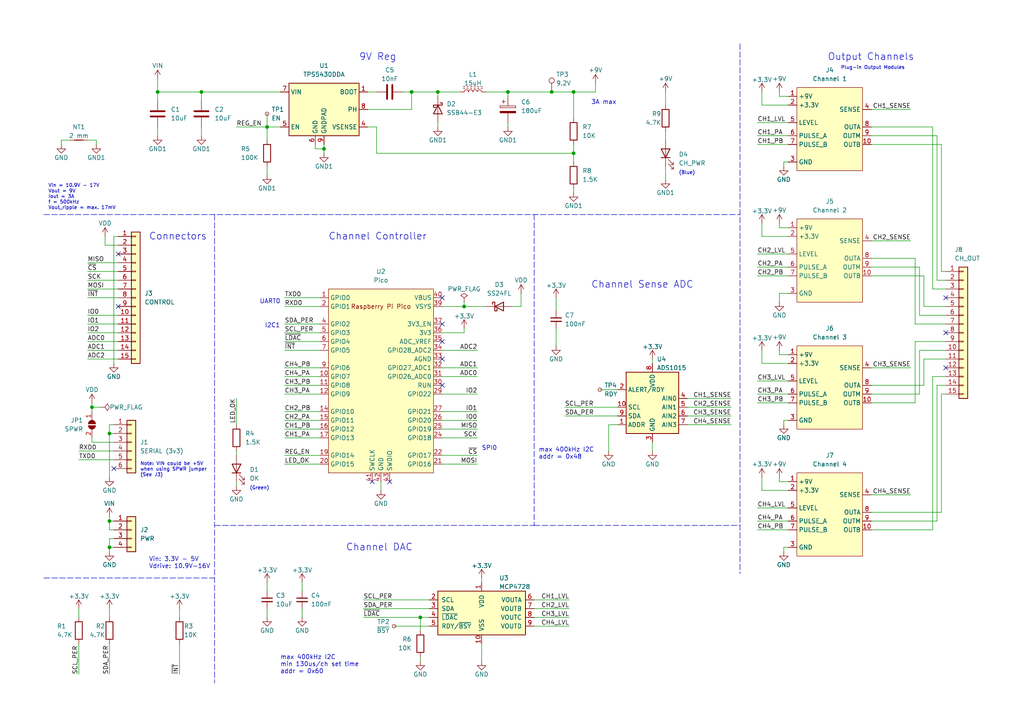
<source format=kicad_sch>
(kicad_sch (version 20211123) (generator eeschema)
  (paper "A4")
  (title_block (title "SW3X1 - Driver Board") (date "2022-12-23") (rev "1") (company "saawsm") (comment 2 "IO0 and IO1 are I2C capable.") (comment 3 "Communicates using SPI and provides 6 additional IO pins (e.g. Audio/Mic Input).") (comment 4 "A 4-channel board for driving E-Stim output channel modules."))
  (junction (at 134.62 88.9))
  (junction (at 45.72 26.67))
  (junction (at 31.75 158.75))
  (junction (at 166.37 26.67))
  (junction (at 119.38 26.67))
  (junction (at 160.02 26.67))
  (junction (at 26.67 118.11))
  (junction (at 121.92 179.07))
  (junction (at 147.32 26.67))
  (junction (at 166.37 44.45))
  (junction (at 93.98 43.18))
  (junction (at 58.42 26.67))
  (junction (at 31.75 151.13))
  (junction (at 127 26.67))
  (junction (at 31.75 125.73))
  (junction (at 77.47 36.83))
  (no_connect (at 128.27 99.06))
  (no_connect (at 107.95 139.7))
  (no_connect (at 128.27 111.76))
  (no_connect (at 274.32 96.52))
  (no_connect (at 128.27 86.36))
  (no_connect (at 274.32 106.68))
  (no_connect (at 128.27 104.14))
  (no_connect (at 34.29 88.9))
  (no_connect (at 33.02 135.89))
  (no_connect (at 34.29 73.66))
  (no_connect (at 113.03 139.7))
  (no_connect (at 274.32 86.36))
  (no_connect (at 128.27 93.98))
  (wire (pts (xy 31.75 149.86) (xy 31.75 151.13)))
  (wire (pts (xy 273.05 114.3) (xy 274.32 114.3)))
  (wire (pts (xy 31.75 156.21) (xy 31.75 158.75)))
  (wire (pts (xy 82.55 119.38) (xy 92.71 119.38)))
  (wire (pts (xy 45.72 22.86) (xy 45.72 26.67)))
  (wire (pts (xy 271.78 81.28) (xy 271.78 39.37)))
  (wire (pts (xy 219.71 114.3) (xy 228.6 114.3)))
  (wire (pts (xy 119.38 26.67) (xy 127 26.67)))
  (wire (pts (xy 121.92 179.07) (xy 121.92 182.88)))
  (wire (pts (xy 82.55 109.22) (xy 92.71 109.22)))
  (wire (pts (xy 252.73 111.76) (xy 267.97 111.76)))
  (wire (pts (xy 148.59 88.9) (xy 151.13 88.9)))
  (wire (pts (xy 264.16 143.51) (xy 252.73 143.51)))
  (wire (pts (xy 34.29 99.06) (xy 25.4 99.06)))
  (wire (pts (xy 45.72 36.83) (xy 45.72 39.37)))
  (wire (pts (xy 193.04 26.67) (xy 193.04 30.48)))
  (wire (pts (xy 127 26.67) (xy 127 27.94)))
  (wire (pts (xy 68.58 115.57) (xy 68.58 123.19)))
  (wire (pts (xy 105.41 176.53) (xy 124.46 176.53)))
  (wire (pts (xy 128.27 127) (xy 138.43 127)))
  (wire (pts (xy 34.29 78.74) (xy 25.4 78.74)))
  (wire (pts (xy 219.71 77.47) (xy 228.6 77.47)))
  (wire (pts (xy 285.75 232.41) (xy 285.75 231.14)))
  (wire (pts (xy 128.27 132.08) (xy 138.43 132.08)))
  (wire (pts (xy 147.32 35.56) (xy 147.32 36.83)))
  (wire (pts (xy 33.02 68.58) (xy 34.29 68.58)))
  (wire (pts (xy 219.71 147.32) (xy 228.6 147.32)))
  (wire (pts (xy 273.05 148.59) (xy 252.73 148.59)))
  (wire (pts (xy 106.68 31.75) (xy 119.38 31.75)))
  (wire (pts (xy 105.41 173.99) (xy 124.46 173.99)))
  (wire (pts (xy 166.37 54.61) (xy 166.37 55.88)))
  (wire (pts (xy 212.09 120.65) (xy 199.39 120.65)))
  (wire (pts (xy 273.05 78.74) (xy 273.05 41.91)))
  (wire (pts (xy 33.02 133.35) (xy 22.86 133.35)))
  (wire (pts (xy 128.27 101.6) (xy 138.43 101.6)))
  (wire (pts (xy 31.75 151.13) (xy 31.75 153.67)))
  (wire (pts (xy 128.27 114.3) (xy 138.43 114.3)))
  (wire (pts (xy 226.06 102.87) (xy 226.06 101.6)))
  (wire (pts (xy 77.47 33.02) (xy 77.47 36.83)))
  (wire (pts (xy 31.75 123.19) (xy 31.75 125.73)))
  (wire (pts (xy 82.55 127) (xy 92.71 127)))
  (wire (pts (xy 25.4 86.36) (xy 34.29 86.36)))
  (wire (pts (xy 189.23 104.14) (xy 189.23 105.41)))
  (wire (pts (xy 87.63 176.53) (xy 87.63 179.07)))
  (wire (pts (xy 227.33 158.75) (xy 228.6 158.75)))
  (wire (pts (xy 82.55 114.3) (xy 92.71 114.3)))
  (wire (pts (xy 128.27 134.62) (xy 138.43 134.62)))
  (wire (pts (xy 228.6 142.24) (xy 220.98 142.24)))
  (wire (pts (xy 193.04 48.26) (xy 193.04 52.07)))
  (wire (pts (xy 161.29 86.36) (xy 161.29 90.17)))
  (wire (pts (xy 163.83 118.11) (xy 179.07 118.11)))
  (wire (pts (xy 219.71 110.49) (xy 228.6 110.49)))
  (wire (pts (xy 77.47 48.26) (xy 77.47 50.8)))
  (wire (pts (xy 109.22 44.45) (xy 166.37 44.45)))
  (wire (pts (xy 121.92 179.07) (xy 124.46 179.07)))
  (wire (pts (xy 26.67 118.11) (xy 26.67 119.38)))
  (wire (pts (xy 179.07 123.19) (xy 176.53 123.19)))
  (wire (pts (xy 273.05 41.91) (xy 252.73 41.91)))
  (wire (pts (xy 166.37 26.67) (xy 172.72 26.67)))
  (wire (pts (xy 147.32 26.67) (xy 160.02 26.67)))
  (wire (pts (xy 219.71 151.13) (xy 228.6 151.13)))
  (wire (pts (xy 93.98 41.91) (xy 93.98 43.18)))
  (wire (pts (xy 228.6 30.48) (xy 220.98 30.48)))
  (wire (pts (xy 58.42 26.67) (xy 58.42 29.21)))
  (wire (pts (xy 82.55 121.92) (xy 92.71 121.92)))
  (wire (pts (xy 45.72 26.67) (xy 58.42 26.67)))
  (wire (pts (xy 139.7 167.64) (xy 139.7 168.91)))
  (wire (pts (xy 266.7 91.44) (xy 266.7 77.47)))
  (wire (pts (xy 34.29 93.98) (xy 25.4 93.98)))
  (wire (pts (xy 154.94 179.07) (xy 165.1 179.07)))
  (wire (pts (xy 93.98 43.18) (xy 93.98 44.45)))
  (wire (pts (xy 176.53 123.19) (xy 176.53 130.81)))
  (wire (pts (xy 163.83 120.65) (xy 179.07 120.65)))
  (wire (pts (xy 219.71 80.01) (xy 228.6 80.01)))
  (wire (pts (xy 166.37 34.29) (xy 166.37 26.67)))
  (wire (pts (xy 212.09 118.11) (xy 199.39 118.11)))
  (polyline (pts (xy 12.7 62.23) (xy 214.63 62.23)))
  (wire (pts (xy 17.78 40.64) (xy 17.78 41.91)))
  (wire (pts (xy 22.86 186.69) (xy 22.86 195.58)))
  (polyline (pts (xy 62.23 62.23) (xy 62.23 198.12)))
  (wire (pts (xy 265.43 99.06) (xy 265.43 116.84)))
  (wire (pts (xy 105.41 179.07) (xy 121.92 179.07)))
  (wire (pts (xy 219.71 41.91) (xy 228.6 41.91)))
  (wire (pts (xy 134.62 87.63) (xy 134.62 88.9)))
  (wire (pts (xy 27.94 40.64) (xy 25.4 40.64)))
  (wire (pts (xy 33.02 123.19) (xy 31.75 123.19)))
  (wire (pts (xy 267.97 88.9) (xy 274.32 88.9)))
  (wire (pts (xy 68.58 139.7) (xy 68.58 140.97)))
  (wire (pts (xy 82.55 93.98) (xy 92.71 93.98)))
  (wire (pts (xy 161.29 95.25) (xy 161.29 100.33)))
  (wire (pts (xy 265.43 93.98) (xy 274.32 93.98)))
  (wire (pts (xy 267.97 104.14) (xy 274.32 104.14)))
  (wire (pts (xy 26.67 128.27) (xy 26.67 127)))
  (wire (pts (xy 91.44 41.91) (xy 91.44 43.18)))
  (wire (pts (xy 266.7 114.3) (xy 266.7 101.6)))
  (wire (pts (xy 219.71 153.67) (xy 228.6 153.67)))
  (wire (pts (xy 285.75 222.25) (xy 285.75 220.98)))
  (wire (pts (xy 82.55 101.6) (xy 92.71 101.6)))
  (wire (pts (xy 77.47 36.83) (xy 77.47 40.64)))
  (wire (pts (xy 31.75 153.67) (xy 33.02 153.67)))
  (wire (pts (xy 271.78 151.13) (xy 271.78 111.76)))
  (wire (pts (xy 33.02 128.27) (xy 26.67 128.27)))
  (wire (pts (xy 82.55 106.68) (xy 92.71 106.68)))
  (wire (pts (xy 270.51 153.67) (xy 252.73 153.67)))
  (wire (pts (xy 220.98 26.67) (xy 220.98 30.48)))
  (wire (pts (xy 266.7 77.47) (xy 252.73 77.47)))
  (wire (pts (xy 106.68 36.83) (xy 109.22 36.83)))
  (wire (pts (xy 26.67 116.84) (xy 26.67 118.11)))
  (wire (pts (xy 212.09 123.19) (xy 199.39 123.19)))
  (wire (pts (xy 31.75 125.73) (xy 31.75 138.43)))
  (wire (pts (xy 252.73 114.3) (xy 266.7 114.3)))
  (wire (pts (xy 121.92 190.5) (xy 121.92 191.77)))
  (wire (pts (xy 31.75 125.73) (xy 33.02 125.73)))
  (wire (pts (xy 127 35.56) (xy 127 36.83)))
  (wire (pts (xy 68.58 36.83) (xy 77.47 36.83)))
  (wire (pts (xy 68.58 130.81) (xy 68.58 132.08)))
  (wire (pts (xy 52.07 186.69) (xy 52.07 195.58)))
  (wire (pts (xy 267.97 104.14) (xy 267.97 111.76)))
  (wire (pts (xy 34.29 76.2) (xy 25.4 76.2)))
  (wire (pts (xy 227.33 48.26) (xy 227.33 46.99)))
  (wire (pts (xy 154.94 181.61) (xy 165.1 181.61)))
  (wire (pts (xy 58.42 36.83) (xy 58.42 39.37)))
  (wire (pts (xy 166.37 26.67) (xy 160.02 26.67)))
  (wire (pts (xy 151.13 85.09) (xy 151.13 88.9)))
  (wire (pts (xy 283.21 222.25) (xy 285.75 222.25)))
  (wire (pts (xy 226.06 102.87) (xy 228.6 102.87)))
  (wire (pts (xy 264.16 31.75) (xy 252.73 31.75)))
  (wire (pts (xy 219.71 39.37) (xy 228.6 39.37)))
  (wire (pts (xy 31.75 151.13) (xy 33.02 151.13)))
  (wire (pts (xy 92.71 134.62) (xy 82.55 134.62)))
  (wire (pts (xy 172.72 24.13) (xy 172.72 26.67)))
  (wire (pts (xy 45.72 26.67) (xy 45.72 29.21)))
  (wire (pts (xy 267.97 80.01) (xy 252.73 80.01)))
  (wire (pts (xy 270.51 36.83) (xy 252.73 36.83)))
  (wire (pts (xy 226.06 87.63) (xy 226.06 85.09)))
  (wire (pts (xy 93.98 43.18) (xy 91.44 43.18)))
  (wire (pts (xy 219.71 116.84) (xy 228.6 116.84)))
  (wire (pts (xy 110.49 139.7) (xy 110.49 142.24)))
  (wire (pts (xy 52.07 179.07) (xy 52.07 176.53)))
  (wire (pts (xy 252.73 151.13) (xy 271.78 151.13)))
  (wire (pts (xy 109.22 36.83) (xy 109.22 44.45)))
  (wire (pts (xy 227.33 123.19) (xy 227.33 121.92)))
  (wire (pts (xy 31.75 186.69) (xy 31.75 195.58)))
  (wire (pts (xy 267.97 88.9) (xy 267.97 80.01)))
  (wire (pts (xy 26.67 118.11) (xy 29.21 118.11)))
  (wire (pts (xy 140.97 26.67) (xy 147.32 26.67)))
  (wire (pts (xy 34.29 96.52) (xy 25.4 96.52)))
  (wire (pts (xy 154.94 173.99) (xy 165.1 173.99)))
  (wire (pts (xy 228.6 139.7) (xy 226.06 139.7)))
  (wire (pts (xy 114.3 181.61) (xy 124.46 181.61)))
  (wire (pts (xy 265.43 99.06) (xy 274.32 99.06)))
  (wire (pts (xy 260.35 232.41) (xy 261.62 232.41)))
  (wire (pts (xy 226.06 27.94) (xy 228.6 27.94)))
  (wire (pts (xy 34.29 83.82) (xy 25.4 83.82)))
  (wire (pts (xy 264.16 106.68) (xy 252.73 106.68)))
  (wire (pts (xy 265.43 74.93) (xy 252.73 74.93)))
  (wire (pts (xy 34.29 81.28) (xy 25.4 81.28)))
  (wire (pts (xy 33.02 156.21) (xy 31.75 156.21)))
  (wire (pts (xy 134.62 96.52) (xy 128.27 96.52)))
  (wire (pts (xy 271.78 111.76) (xy 274.32 111.76)))
  (wire (pts (xy 58.42 26.67) (xy 81.28 26.67)))
  (wire (pts (xy 128.27 106.68) (xy 138.43 106.68)))
  (wire (pts (xy 270.51 109.22) (xy 270.51 153.67)))
  (wire (pts (xy 261.62 232.41) (xy 261.62 231.14)))
  (wire (pts (xy 119.38 26.67) (xy 116.84 26.67)))
  (wire (pts (xy 261.62 241.3) (xy 261.62 240.03)))
  (wire (pts (xy 92.71 132.08) (xy 82.55 132.08)))
  (wire (pts (xy 127 26.67) (xy 133.35 26.67)))
  (polyline (pts (xy 154.94 152.4) (xy 214.63 152.4)))
  (wire (pts (xy 227.33 46.99) (xy 228.6 46.99)))
  (wire (pts (xy 212.09 115.57) (xy 199.39 115.57)))
  (wire (pts (xy 77.47 36.83) (xy 81.28 36.83)))
  (polyline (pts (xy 214.63 12.7) (xy 214.63 166.37)))
  (wire (pts (xy 285.75 241.3) (xy 285.75 240.03)))
  (wire (pts (xy 128.27 88.9) (xy 134.62 88.9)))
  (wire (pts (xy 271.78 39.37) (xy 252.73 39.37)))
  (wire (pts (xy 128.27 124.46) (xy 138.43 124.46)))
  (wire (pts (xy 134.62 88.9) (xy 140.97 88.9)))
  (wire (pts (xy 219.71 35.56) (xy 228.6 35.56)))
  (wire (pts (xy 226.06 85.09) (xy 228.6 85.09)))
  (wire (pts (xy 219.71 73.66) (xy 228.6 73.66)))
  (polyline (pts (xy 154.94 62.23) (xy 154.94 152.4)))
  (wire (pts (xy 147.32 27.94) (xy 147.32 26.67)))
  (wire (pts (xy 220.98 101.6) (xy 220.98 105.41)))
  (wire (pts (xy 189.23 128.27) (xy 189.23 130.81)))
  (wire (pts (xy 264.16 69.85) (xy 252.73 69.85)))
  (wire (pts (xy 265.43 93.98) (xy 265.43 74.93)))
  (wire (pts (xy 226.06 66.04) (xy 226.06 64.77)))
  (wire (pts (xy 266.7 91.44) (xy 274.32 91.44)))
  (wire (pts (xy 166.37 41.91) (xy 166.37 44.45)))
  (wire (pts (xy 228.6 105.41) (xy 220.98 105.41)))
  (wire (pts (xy 266.7 101.6) (xy 274.32 101.6)))
  (wire (pts (xy 82.55 124.46) (xy 92.71 124.46)))
  (wire (pts (xy 128.27 109.22) (xy 138.43 109.22)))
  (wire (pts (xy 261.62 240.03) (xy 260.35 240.03)))
  (wire (pts (xy 33.02 130.81) (xy 22.86 130.81)))
  (wire (pts (xy 82.55 88.9) (xy 92.71 88.9)))
  (wire (pts (xy 270.51 109.22) (xy 274.32 109.22)))
  (wire (pts (xy 252.73 116.84) (xy 265.43 116.84)))
  (wire (pts (xy 106.68 26.67) (xy 109.22 26.67)))
  (wire (pts (xy 34.29 101.6) (xy 25.4 101.6)))
  (wire (pts (xy 82.55 111.76) (xy 92.71 111.76)))
  (wire (pts (xy 119.38 31.75) (xy 119.38 26.67)))
  (wire (pts (xy 82.55 99.06) (xy 92.71 99.06)))
  (wire (pts (xy 227.33 160.02) (xy 227.33 158.75)))
  (wire (pts (xy 128.27 119.38) (xy 138.43 119.38)))
  (wire (pts (xy 193.04 38.1) (xy 193.04 40.64)))
  (wire (pts (xy 227.33 121.92) (xy 228.6 121.92)))
  (wire (pts (xy 226.06 66.04) (xy 228.6 66.04)))
  (wire (pts (xy 173.99 113.03) (xy 179.07 113.03)))
  (wire (pts (xy 22.86 176.53) (xy 22.86 179.07)))
  (wire (pts (xy 77.47 168.91) (xy 77.47 171.45)))
  (wire (pts (xy 154.94 176.53) (xy 165.1 176.53)))
  (wire (pts (xy 31.75 158.75) (xy 31.75 160.02)))
  (wire (pts (xy 261.62 222.25) (xy 261.62 220.98)))
  (wire (pts (xy 87.63 168.91) (xy 87.63 171.45)))
  (wire (pts (xy 82.55 96.52) (xy 92.71 96.52)))
  (wire (pts (xy 34.29 91.44) (xy 25.4 91.44)))
  (wire (pts (xy 34.29 104.14) (xy 25.4 104.14)))
  (wire (pts (xy 20.32 40.64) (xy 17.78 40.64)))
  (wire (pts (xy 27.94 41.91) (xy 27.94 40.64)))
  (wire (pts (xy 228.6 68.58) (xy 220.98 68.58)))
  (wire (pts (xy 273.05 114.3) (xy 273.05 148.59)))
  (wire (pts (xy 92.71 86.36) (xy 82.55 86.36)))
  (wire (pts (xy 260.35 222.25) (xy 261.62 222.25)))
  (wire (pts (xy 31.75 176.53) (xy 31.75 179.07)))
  (wire (pts (xy 226.06 139.7) (xy 226.06 138.43)))
  (wire (pts (xy 220.98 64.77) (xy 220.98 68.58)))
  (wire (pts (xy 77.47 176.53) (xy 77.47 179.07)))
  (wire (pts (xy 220.98 138.43) (xy 220.98 142.24)))
  (wire (pts (xy 283.21 232.41) (xy 285.75 232.41)))
  (wire (pts (xy 128.27 121.92) (xy 138.43 121.92)))
  (wire (pts (xy 270.51 83.82) (xy 274.32 83.82)))
  (wire (pts (xy 273.05 78.74) (xy 274.32 78.74)))
  (wire (pts (xy 139.7 186.69) (xy 139.7 191.77)))
  (wire (pts (xy 134.62 95.25) (xy 134.62 96.52)))
  (wire (pts (xy 271.78 81.28) (xy 274.32 81.28)))
  (wire (pts (xy 31.75 158.75) (xy 33.02 158.75)))
  (wire (pts (xy 33.02 105.41) (xy 33.02 68.58)))
  (wire (pts (xy 30.48 68.58) (xy 30.48 71.12)))
  (wire (pts (xy 166.37 44.45) (xy 166.37 46.99)))
  (polyline (pts (xy 12.7 167.64) (xy 62.23 167.64)))
  (wire (pts (xy 270.51 83.82) (xy 270.51 36.83)))
  (wire (pts (xy 285.75 240.03) (xy 283.21 240.03)))
  (wire (pts (xy 30.48 71.12) (xy 34.29 71.12)))
  (wire (pts (xy 226.06 27.94) (xy 226.06 26.67)))
  (polyline (pts (xy 62.23 152.4) (xy 154.94 152.4)))
  (text "9V Reg" (at 104.14 17.78 0) (effects (font (size 2 2)) (justify left bottom)))
  (text "I2C1" (at 81.28 95.25 180) (effects (font (size 1.27 1.27)) (justify right bottom)))
  (text "Note: VIN could be +5V \nwhen using SPWR jumper\n(See J3)" (at 40.64 138.43 0) (effects (font (size 1 1)) (justify left bottom)))
  (text "max 400kHz I2C\nmin 130us/ch set time\naddr = 0x60" (at 81.28 195.58 0) (effects (font (size 1.27 1.27)) (justify left bottom)))
  (text "Vin = 10.9V - 17V\nVout = 9V\nIout = 3A\nf = 500kHz\nVout_ripple = max. 17mV" (at 13.97 60.96 0) (effects (font (size 1 1)) (justify left bottom)))
  (text "Connectors" (at 43.18 69.85 0) (effects (font (size 2 2)) (justify left bottom)))
  (text "Plug-in Output Modules" (at 243.84 20.32 0) (effects (font (size 1 1)) (justify left bottom)))
  (text "Vin: 3.3V - 5V\nVdrive: 10.9V-16V" (at 43.18 165.1 0) (effects (font (size 1.27 1.27)) (justify left bottom)))
  (text "UART0" (at 81.3579 88.2753 180) (effects (font (size 1.27 1.27)) (justify right bottom)))
  (text "Channel Controller" (at 95.25 69.85 0) (effects (font (size 2 2)) (justify left bottom)))
  (text "Output Channels" (at 240.03 17.78 0) (effects (font (size 2 2)) (justify left bottom)))
  (text "Channel Sense ADC" (at 171.45 83.82 0) (effects (font (size 2 2)) (justify left bottom)))
  (text "(Green)" (at 72.39 142.24 0) (effects (font (size 1 1)) (justify left bottom)))
  (text "Channel DAC\n" (at 100.33 160.02 0) (effects (font (size 2 2)) (justify left bottom)))
  (text "(Blue)" (at 196.85 50.8 0) (effects (font (size 1 1)) (justify left bottom)))
  (text "SPI0" (at 139.7 130.81 0) (effects (font (size 1.27 1.27)) (justify left bottom)))
  (text "3A max" (at 171.45 30.48 0) (effects (font (size 1.27 1.27)) (justify left bottom)))
  (text "max 400kHz I2C\naddr = 0x48" (at 156.21 133.35 0) (effects (font (size 1.27 1.27)) (justify left bottom)))
  (label "CH1_PB" (at 82.55 124.46 0))
  (label "IO1" (at 25.4 93.98 0))
  (label "~{INT}" (at 52.07 195.58 90))
  (label "CH1_SENSE" (at 264.16 31.75 180))
  (label "SCL_PER" (at 22.86 195.58 90))
  (label "CH2_PA" (at 219.71 77.47 0))
  (label "~{INT}" (at 82.55 101.6 0))
  (label "RXD0" (at 22.86 130.81 0))
  (label "LED_OK" (at 82.55 134.62 0))
  (label "ADC1" (at 25.4 101.6 0))
  (label "LED_OK" (at 68.58 115.57 270))
  (label "CH2_LVL" (at 219.71 73.66 0))
  (label "CH3_SENSE" (at 212.09 120.65 180))
  (label "CH2_LVL" (at 165.1 176.53 180))
  (label "~{INT}" (at 25.4 86.36 0))
  (label "REG_EN" (at 68.58 36.83 0))
  (label "SDA_PER" (at 105.41 176.53 0))
  (label "CH2_SENSE" (at 264.16 69.85 180))
  (label "ADC2" (at 138.43 101.6 180))
  (label "IO1" (at 138.43 119.38 180))
  (label "~{CS}" (at 138.43 132.08 180))
  (label "TXD0" (at 82.55 86.36 0))
  (label "CH1_SENSE" (at 212.09 115.57 180))
  (label "CH1_PA" (at 219.71 39.37 0))
  (label "ADC0" (at 25.4 99.06 0))
  (label "CH4_LVL" (at 165.1 181.61 180))
  (label "~{LDAC}" (at 82.55 99.06 0))
  (label "SCL_PER" (at 82.55 96.52 0))
  (label "CH2_PB" (at 219.71 80.01 0))
  (label "CH4_PA" (at 82.55 109.22 0))
  (label "CH3_PB" (at 82.55 111.76 0))
  (label "SCK" (at 25.4 81.28 0))
  (label "SCK" (at 138.43 127 180))
  (label "SDA_PER" (at 163.83 120.65 0))
  (label "RXD0" (at 82.55 88.9 0))
  (label "CH2_SENSE" (at 212.09 118.11 180))
  (label "CH3_LVL" (at 165.1 179.07 180))
  (label "CH3_PB" (at 219.71 116.84 0))
  (label "MOSI" (at 138.43 134.62 180))
  (label "ADC2" (at 25.4 104.14 0))
  (label "CH3_PA" (at 219.71 114.3 0))
  (label "TXD0" (at 22.86 133.35 0))
  (label "IO2" (at 25.4 96.52 0))
  (label "MISO" (at 25.4 76.2 0))
  (label "CH4_PA" (at 219.71 151.13 0))
  (label "IO0" (at 138.43 121.92 180))
  (label "IO0" (at 25.4 91.44 0))
  (label "MOSI" (at 25.4 83.82 0))
  (label "ADC1" (at 138.43 106.68 180))
  (label "CH1_LVL" (at 165.1 173.99 180))
  (label "SCL_PER" (at 105.41 173.99 0))
  (label "CH4_PB" (at 82.55 106.68 0))
  (label "CH2_PB" (at 82.55 119.38 0))
  (label "REG_EN" (at 82.55 132.08 0))
  (label "IO2" (at 138.43 114.3 180))
  (label "MISO" (at 138.43 124.46 180))
  (label "CH1_PB" (at 219.71 41.91 0))
  (label "CH4_SENSE" (at 212.09 123.19 180))
  (label "CH3_PA" (at 82.55 114.3 0))
  (label "CH3_SENSE" (at 264.16 106.68 180))
  (label "ADC0" (at 138.43 109.22 180))
  (label "~{CS}" (at 25.4 78.74 0))
  (label "CH3_LVL" (at 219.71 110.49 0))
  (label "CH4_PB" (at 219.71 153.67 0))
  (label "~{LDAC}" (at 105.41 179.07 0))
  (label "CH1_PA" (at 82.55 127 0))
  (label "CH4_SENSE" (at 264.16 143.51 180))
  (label "CH4_LVL" (at 219.71 147.32 0))
  (label "SDA_PER" (at 82.55 93.98 0))
  (label "SCL_PER" (at 163.83 118.11 0))
  (label "SDA_PER" (at 31.75 195.58 90))
  (label "CH1_LVL" (at 219.71 35.56 0))
  (label "CH2_PA" (at 82.55 121.92 0))
  (symbol (lib_id "power:PWR_FLAG") (at 283.21 222.25 90) (unit 1)
    (property "Reference" "#FLG05" (effects hide))
    (property "Value" "PWR_FLAG" (at 279.4 222.2499 90) (effects (justify left)))
  )
  (symbol (lib_id "power:GND") (at 139.7 191.77 0) (unit 1)
    (property "Reference" "#PWR027" (effects hide))
    (property "Value" "GND" (at 139.7 195.58 0))
  )
  (symbol (lib_id "power:GND") (at 227.33 123.19 0) (unit 1)
    (property "Reference" "#PWR049" (effects hide))
    (property "Value" "GND" (at 227.33 127 0))
  )
  (symbol (lib_id "Device:C") (at 58.42 33.02 180) (unit 1)
    (property "Reference" "C2" (at 62.23 31.7499 0) (effects (justify right)))
    (property "Value" "10uF" (at 62.23 34.2899 0) (effects (justify right)))
    (property "Footprint" "Capacitor_SMD:C_1210_3225Metric" (effects hide))
    (property "LCSC" "C380537" (effects hide))
    (property "MOUSER" "187-CL32A106KBJNNNE" (effects hide))
    (property "MPN" "CL32A106KBJNNNE" (effects hide))
  )
  (symbol (lib_id "power:GND") (at 189.23 130.81 0) (unit 1)
    (property "Reference" "#PWR036" (effects hide))
    (property "Value" "GND" (at 189.23 134.62 0))
  )
  (symbol (lib_id "power:PWR_FLAG") (at 134.62 87.63 0) (unit 1)
    (property "Reference" "#FLG01" (effects hide))
    (property "Value" "PWR_FLAG" (at 134.62 83.82 0))
  )
  (symbol (lib_id "Jumper:SolderJumper_2_Open") (at 26.67 123.19 270) (unit 1) (in_bom no)
    (property "Reference" "JP1" (at 24.13 121.9199 90) (effects (justify right)))
    (property "Value" "SPWR" (at 24.13 124.4599 90) (effects (justify right)))
    (property "Footprint" "Jumper:SolderJumper-2_P1.3mm_Open_RoundedPad1.0x1.5mm" (effects hide))
  )
  (symbol (lib_id "Connector:TestPoint_Small") (at 173.99 113.03 0) (unit 1) (in_bom no)
    (property "Reference" "TP4" (at 175.26 111.7599 0) (effects (justify left)))
    (property "Value" "RDY" (at 175.26 114.2999 0) (effects (justify left)))
    (property "Footprint" "TestPoint:TestPoint_Pad_D1.5mm" (effects hide))
  )
  (symbol (lib_id "Device:R") (at 121.92 186.69 180) (unit 1)
    (property "Reference" "R6" (at 119.38 185.4199 0) (effects (justify left)))
    (property "Value" "10K" (at 119.38 187.9599 0) (effects (justify left)))
    (property "Footprint" "Resistor_SMD:R_0603_1608Metric" (effects hide))
    (property "LCSC" "C98220" (effects hide))
    (property "MOUSER" "603-RC0603FR-0710KL" (effects hide))
    (property "MPN" "RC0603FR-0710KL" (effects hide))
  )
  (symbol (lib_id "power:VDD") (at 26.67 116.84 0) (unit 1)
    (property "Reference" "#PWR03" (effects hide))
    (property "Value" "VDD" (at 26.67 113.03 0))
  )
  (symbol (lib_id "power:GND1") (at 285.75 241.3 0) (mirror y) (unit 1)
    (property "Reference" "#PWR056" (effects hide))
    (property "Value" "GND1" (at 285.75 245.11 0))
  )
  (symbol (lib_id "power:GND") (at 17.78 41.91 0) (unit 1)
    (property "Reference" "#PWR01" (effects hide))
    (property "Value" "GND" (at 17.78 45.72 0))
  )
  (symbol (lib_id "Device:C") (at 45.72 33.02 180) (unit 1)
    (property "Reference" "C1" (at 49.53 31.7499 0) (effects (justify right)))
    (property "Value" "10uF" (at 49.53 34.2899 0) (effects (justify right)))
    (property "Footprint" "Capacitor_SMD:C_1210_3225Metric" (effects hide))
    (property "LCSC" "C380537" (effects hide))
    (property "MOUSER" "187-CL32A106KBJNNNE" (effects hide))
    (property "MPN" "CL32A106KBJNNNE" (effects hide))
  )
  (symbol (lib_id "power:GND") (at 227.33 160.02 0) (unit 1)
    (property "Reference" "#PWR050" (effects hide))
    (property "Value" "GND" (at 227.33 163.83 0))
  )
  (symbol (lib_id "power:PWR_FLAG") (at 283.21 240.03 90) (unit 1)
    (property "Reference" "#FLG07" (effects hide))
    (property "Value" "PWR_FLAG" (at 279.4 240.0299 90) (effects (justify left)))
  )
  (symbol (lib_id "power:GND1") (at 166.37 55.88 0) (unit 1)
    (property "Reference" "#PWR032" (effects hide))
    (property "Value" "GND1" (at 166.37 59.69 0))
  )
  (symbol (lib_id "power:GND") (at 77.47 179.07 0) (unit 1)
    (property "Reference" "#PWR018" (effects hide))
    (property "Value" "GND" (at 77.47 182.88 0))
  )
  (symbol (lib_id "power:GND") (at 226.06 87.63 0) (unit 1)
    (property "Reference" "#PWR045" (effects hide))
    (property "Value" "GND" (at 226.06 91.44 0))
  )
  (symbol (lib_id "power:+9V") (at 172.72 24.13 0) (unit 1)
    (property "Reference" "#PWR033" (effects hide))
    (property "Value" "+9V" (at 172.72 20.32 0))
  )
  (symbol (lib_id "power:PWR_FLAG") (at 260.35 232.41 90) (unit 1)
    (property "Reference" "#FLG03" (effects hide))
    (property "Value" "PWR_FLAG" (at 256.54 232.4099 90) (effects (justify left)))
  )
  (symbol (lib_id "Analog_ADC:ADS1015IDGS") (at 189.23 118.11 0) (mirror y) (unit 1)
    (property "Reference" "U4" (at 190.5 104.14 0) (effects (justify right)))
    (property "Value" "ADS1015" (at 190.5 106.68 0) (effects (justify right)))
    (property "Footprint" "Package_SO:VSSOP-10_3x3mm_P0.5mm" (effects hide))
    (property "Datasheet" "http://www.ti.com/lit/ds/symlink/ads1015.pdf" (effects hide))
    (property "LCSC" "C193969" (effects hide))
    (property "MOUSER" "595-ADS1015IDGSR" (effects hide))
    (property "MPN" "ADS1015IDGSR" (effects hide))
  )
  (symbol (lib_id "power:+9V") (at 226.06 138.43 0) (unit 1)
    (property "Reference" "#PWR047" (effects hide))
    (property "Value" "+9V" (at 226.06 134.62 0))
  )
  (symbol (lib_id "power:+3.3V") (at 220.98 101.6 0) (unit 1)
    (property "Reference" "#PWR041" (effects hide))
    (property "Value" "+3.3V" (at 220.98 98.044 0))
  )
  (symbol (lib_id "Device:L_Ferrite") (at 137.16 26.67 90) (unit 1)
    (property "Reference" "L1" (at 137.16 21.59 90))
    (property "Value" "15uH" (at 137.16 24.13 90))
    (property "Footprint" "Inductor_SMD:L_Bourns_SRR1260" (effects hide))
    (property "MPN" "SRR1260-150M" (effects hide))
    (property "MOUSER" "652-SRR1260-150M" (effects hide))
    (property "LCSC" "C2041333" (effects hide))
  )
  (symbol (lib_id "power:GND1") (at 58.42 39.37 0) (unit 1)
    (property "Reference" "#PWR014" (effects hide))
    (property "Value" "GND1" (at 58.42 43.18 0))
  )
  (symbol (lib_id "Device:LED") (at 68.58 135.89 90) (unit 1)
    (property "Reference" "D1" (at 72.39 136.2074 90) (effects (justify right)))
    (property "Value" "OK" (at 72.39 138.7474 90) (effects (justify right)))
    (property "Footprint" "LED_SMD:LED_0603_1608Metric" (effects hide))
    (property "MOUSER" "710-150060VS75000" (effects hide))
    (property "MPN" "150060VS75000" (effects hide))
  )
  (symbol (lib_id "Device:R") (at 193.04 34.29 0) (unit 1)
    (property "Reference" "R9" (at 191.77 33.02 0) (effects (justify right)))
    (property "Value" "4.7K" (at 191.77 35.56 0) (effects (justify right)))
    (property "Footprint" "Resistor_SMD:R_0603_1608Metric" (effects hide))
    (property "MOUSER" "603-RC0603FR-074K7L" (effects hide))
    (property "MPN" "RC0603FR-074K7L" (effects hide))
    (property "LCSC" "C99782" (effects hide))
  )
  (symbol (lib_id "Regulator_Switching:TPS5430DDA") (at 93.98 31.75 0) (unit 1)
    (property "Reference" "U1" (at 93.98 19.05 0))
    (property "Value" "TPS5430DDA" (at 93.98 21.59 0))
    (property "Footprint" "Package_SO:TI_SO-PowerPAD-8_ThermalVias" (effects hide))
    (property "Datasheet" "http://www.ti.com/lit/ds/symlink/tps5430.pdf" (effects hide))
    (property "LCSC" "C9864" (effects hide))
    (property "MOUSER" "595-TPS5430DDAR" (effects hide))
    (property "MPN" "TPS5430DDAR" (effects hide))
  )
  (symbol (lib_id "Connector_Generic:Conn_01x15") (at 279.4 96.52 0) (unit 1)
    (property "Reference" "J8" (at 276.86 72.39 0) (effects (justify left)))
    (property "Value" "CH_OUT" (at 276.86 74.93 0) (effects (justify left)))
    (property "Footprint" "Connector_PinHeader_2.54mm:PinHeader_1x15_P2.54mm_Vertical" (effects hide))
  )
  (symbol (lib_id "power:+3.3V") (at 161.29 86.36 0) (unit 1)
    (property "Reference" "#PWR030" (effects hide))
    (property "Value" "+3.3V" (at 161.29 82.804 0))
  )
  (symbol (lib_id "Device:R") (at 52.07 182.88 0) (unit 1)
    (property "Reference" "R3" (at 53.34 181.61 0) (effects (justify left)))
    (property "Value" "10K" (at 53.34 184.15 0) (effects (justify left)))
    (property "Footprint" "Resistor_SMD:R_0603_1608Metric" (effects hide))
    (property "MOUSER" "603-RC0603FR-0710KL" (effects hide))
    (property "MPN" "RC0603FR-0710KL" (effects hide))
    (property "LCSC" "C98220" (effects hide))
  )
  (symbol (lib_id "power:+3.3V") (at 189.23 104.14 0) (unit 1)
    (property "Reference" "#PWR035" (effects hide))
    (property "Value" "+3.3V" (at 189.23 100.584 0))
  )
  (symbol (lib_id "power:+3.3V") (at 220.98 138.43 0) (unit 1)
    (property "Reference" "#PWR042" (effects hide))
    (property "Value" "+3.3V" (at 220.98 134.62 0))
  )
  (symbol (lib_id "Connector_Generic:Conn_01x04") (at 38.1 153.67 0) (unit 1)
    (property "Reference" "J2" (at 40.64 153.67 0) (effects (justify left)))
    (property "Value" "PWR" (at 40.64 156.21 0) (effects (justify left)))
    (property "Footprint" "Connector_PinHeader_2.54mm:PinHeader_1x04_P2.54mm_Vertical" (effects hide))
  )
  (symbol (lib_id "Device:R") (at 31.75 182.88 0) (unit 1)
    (property "Reference" "R2" (at 30.48 181.61 0) (effects (justify right)))
    (property "Value" "4.7K" (at 30.48 184.15 0) (effects (justify right)))
    (property "Footprint" "Resistor_SMD:R_0603_1608Metric" (effects hide))
    (property "MOUSER" "603-RC0603FR-074K7L" (effects hide))
    (property "MPN" "RC0603FR-074K7L" (effects hide))
    (property "LCSC" "C99782" (effects hide))
  )
  (symbol (lib_id "power:GND") (at 31.75 160.02 0) (unit 1)
    (property "Reference" "#PWR08" (effects hide))
    (property "Value" "GND" (at 31.75 163.83 0))
  )
  (symbol (lib_id "power:GND") (at 176.53 130.81 0) (unit 1)
    (property "Reference" "#PWR034" (effects hide))
    (property "Value" "GND" (at 176.53 134.62 0))
  )
  (symbol (lib_id "power:GND") (at 33.02 105.41 0) (mirror y) (unit 1)
    (property "Reference" "#PWR010" (effects hide))
    (property "Value" "GND" (at 33.02 109.22 0))
  )
  (symbol (lib_id "power:GND1") (at 45.72 39.37 0) (unit 1)
    (property "Reference" "#PWR012" (effects hide))
    (property "Value" "GND1" (at 45.72 43.18 0))
  )
  (symbol (lib_id "power:+3.3V") (at 220.98 26.67 0) (unit 1)
    (property "Reference" "#PWR039" (effects hide))
    (property "Value" "+3.3V" (at 220.98 23.114 0))
  )
  (symbol (lib_id "SaawLib:Pico") (at 110.49 110.49 0) (unit 1)
    (property "Reference" "U2" (at 110.49 78.74 0))
    (property "Value" "Pico" (at 110.49 81.28 0))
    (property "Footprint" "SaawLib:RPi_Pico_THT" (effects hide))
    (property "MOUSER" "713-102110537" (effects hide))
    (property "MPN" "RASPBERRY PI PICO (UNSOLDERED)" (effects hide))
  )
  (symbol (lib_id "power:+9V") (at 193.04 26.67 0) (unit 1)
    (property "Reference" "#PWR037" (effects hide))
    (property "Value" "+9V" (at 193.04 22.86 0))
  )
  (symbol (lib_id "Device:C") (at 113.03 26.67 90) (unit 1)
    (property "Reference" "C5" (at 113.03 20.32 90))
    (property "Value" "10nF" (at 113.03 22.86 90))
    (property "Footprint" "Capacitor_SMD:C_0603_1608Metric" (effects hide))
    (property "LCSC" "C1589" (effects hide))
    (property "MOUSER" "187-CL10B103KB8NNNC" (effects hide))
    (property "MPN" "CL10B103KB8NNNC" (effects hide))
  )
  (symbol (lib_id "Device:R") (at 68.58 127 180) (unit 1)
    (property "Reference" "R4" (at 71.12 125.7299 0) (effects (justify right)))
    (property "Value" "1.5K" (at 71.12 128.27 0) (effects (justify right)))
    (property "Footprint" "Resistor_SMD:R_0603_1608Metric" (effects hide))
    (property "MOUSER" "603-RC0603FR-071K5L" (effects hide))
    (property "MPN" "RC0603FR-071K5L" (effects hide))
    (property "LCSC" "C114668" (effects hide))
  )
  (symbol (lib_id "power:GND") (at 161.29 100.33 0) (unit 1)
    (property "Reference" "#PWR031" (effects hide))
    (property "Value" "GND" (at 161.29 104.14 0))
  )
  (symbol (lib_id "Device:D_Schottky") (at 144.78 88.9 0) (unit 1)
    (property "Reference" "D3" (at 144.78 82.55 0))
    (property "Value" "SS24FL" (at 144.78 85.09 0))
    (property "Footprint" "Diode_SMD:D_SOD-123F" (effects hide))
    (property "LCSC" "C894433" (effects hide))
    (property "MOUSER" "512-SS24FL" (effects hide))
    (property "MPN" "SS24FL" (effects hide))
  )
  (symbol (lib_id "power:GND1") (at 77.47 50.8 0) (unit 1)
    (property "Reference" "#PWR016" (effects hide))
    (property "Value" "GND1" (at 77.47 54.61 0))
  )
  (symbol (lib_id "power:+3.3V") (at 134.62 95.25 0) (unit 1)
    (property "Reference" "#PWR025" (effects hide))
    (property "Value" "+3.3V" (at 134.62 91.694 0))
  )
  (symbol (lib_id "Device:R") (at 166.37 50.8 180) (unit 1)
    (property "Reference" "R8" (at 168.91 49.5299 0) (effects (justify right)))
    (property "Value" "1.5K" (at 168.91 52.0699 0) (effects (justify right)))
    (property "Footprint" "Resistor_SMD:R_0603_1608Metric" (effects hide))
    (property "LCSC" "C114668" (effects hide))
    (property "MOUSER" "603-RC0603FR-071K5L" (effects hide))
    (property "MPN" "RC0603FR-071K5L" (effects hide))
  )
  (symbol (lib_id "SaawLib:SW-32MO") (at 241.3 149.86 0) (unit 1)
    (property "Reference" "J7" (at 240.665 132.08 0))
    (property "Value" "Channel 4" (at 240.665 134.62 0))
    (property "Footprint" "SaawLib:SW32-MO_Socket" (effects hide))
  )
  (symbol (lib_id "power:GND1") (at 193.04 52.07 0) (unit 1)
    (property "Reference" "#PWR038" (effects hide))
    (property "Value" "GND1" (at 193.04 55.88 0))
  )
  (symbol (lib_id "power:GND") (at 68.58 140.97 0) (unit 1)
    (property "Reference" "#PWR015" (effects hide))
    (property "Value" "GND" (at 68.58 144.78 0))
  )
  (symbol (lib_id "power:GND1") (at 127 36.83 0) (unit 1)
    (property "Reference" "#PWR024" (effects hide))
    (property "Value" "GND1" (at 127 40.64 0))
  )
  (symbol (lib_id "power:GND") (at 261.62 241.3 0) (unit 1)
    (property "Reference" "#PWR053" (effects hide))
    (property "Value" "GND" (at 261.62 245.11 0))
  )
  (symbol (lib_id "Connector_Generic:Conn_01x06") (at 38.1 128.27 0) (unit 1)
    (property "Reference" "J1" (at 40.64 128.27 0) (effects (justify left)))
    (property "Value" "SERIAL (3v3)" (at 40.64 130.81 0) (effects (justify left)))
    (property "Footprint" "Connector_PinHeader_2.54mm:PinHeader_1x06_P2.54mm_Vertical" (effects hide))
  )
  (symbol (lib_name "SW-32MO_2") (lib_id "SaawLib:SW-32MO") (at 241.3 113.03 0) (unit 1)
    (property "Reference" "J6" (at 240.665 95.25 0))
    (property "Value" "Channel 3" (at 240.665 97.79 0))
    (property "Footprint" "SaawLib:SW32-MO_Socket" (effects hide))
  )
  (symbol (lib_id "SaawLib:VIN") (at 45.72 22.86 0) (unit 1)
    (property "Reference" "#PWR011" (effects hide))
    (property "Value" "VIN" (at 45.72 19.05 0))
  )
  (symbol (lib_id "power:+9V") (at 226.06 26.67 0) (unit 1)
    (property "Reference" "#PWR043" (effects hide))
    (property "Value" "+9V" (at 226.06 22.86 0))
  )
  (symbol (lib_id "Connector:TestPoint_Small") (at 77.47 33.02 0) (unit 1) (in_bom no)
    (property "Reference" "TP1" (at 78.74 31.7499 0) (effects (justify left)))
    (property "Value" "EN" (at 78.74 34.2899 0) (effects (justify left)))
    (property "Footprint" "TestPoint:TestPoint_Pad_D1.5mm" (effects hide))
  )
  (symbol (lib_id "Device:LED") (at 193.04 44.45 90) (unit 1)
    (property "Reference" "D4" (at 196.85 44.7674 90) (effects (justify right)))
    (property "Value" "CH_PWR" (at 196.85 47.3074 90) (effects (justify right)))
    (property "Footprint" "LED_SMD:LED_0603_1608Metric" (effects hide))
    (property "MOUSER" "710-150060BS75000" (effects hide))
    (property "MPN" "150060BS75000" (effects hide))
  )
  (symbol (lib_id "power:+3.3V") (at 87.63 168.91 0) (unit 1)
    (property "Reference" "#PWR019" (effects hide))
    (property "Value" "+3.3V" (at 87.63 165.354 0))
  )
  (symbol (lib_id "SaawLib:VIN") (at 285.75 231.14 0) (unit 1)
    (property "Reference" "#PWR055" (effects hide))
    (property "Value" "VIN" (at 285.75 227.33 0))
  )
  (symbol (lib_id "power:GND") (at 87.63 179.07 0) (unit 1)
    (property "Reference" "#PWR020" (effects hide))
    (property "Value" "GND" (at 87.63 182.88 0))
  )
  (symbol (lib_id "Device:R") (at 22.86 182.88 0) (unit 1)
    (property "Reference" "R1" (at 16.51 181.61 0) (effects (justify left)))
    (property "Value" "4.7K" (at 16.51 184.15 0) (effects (justify left)))
    (property "Footprint" "Resistor_SMD:R_0603_1608Metric" (effects hide))
    (property "MOUSER" "603-RC0603FR-074K7L" (effects hide))
    (property "MPN" "RC0603FR-074K7L" (effects hide))
    (property "LCSC" "C99782" (effects hide))
  )
  (symbol (lib_id "power:Vdrive") (at 285.75 220.98 0) (unit 1)
    (property "Reference" "#PWR054" (effects hide))
    (property "Value" "Vdrive" (at 285.75 217.17 0))
  )
  (symbol (lib_id "power:+9V") (at 226.06 64.77 0) (unit 1)
    (property "Reference" "#PWR044" (effects hide))
    (property "Value" "+9V" (at 226.06 60.96 0))
  )
  (symbol (lib_id "power:GND1") (at 93.98 44.45 0) (unit 1)
    (property "Reference" "#PWR021" (effects hide))
    (property "Value" "GND1" (at 93.98 48.26 0))
  )
  (symbol (lib_id "power:+3.3V") (at 22.86 176.53 0) (unit 1)
    (property "Reference" "#PWR02" (effects hide))
    (property "Value" "+3.3V" (at 22.86 172.974 0))
  )
  (symbol (lib_id "power:+3.3V") (at 139.7 167.64 0) (unit 1)
    (property "Reference" "#PWR026" (effects hide))
    (property "Value" "+3.3V" (at 139.7 164.084 0))
  )
  (symbol (lib_id "Device:D_Schottky") (at 127 31.75 270) (unit 1)
    (property "Reference" "D2" (at 129.54 30.1624 90) (effects (justify left)))
    (property "Value" "SSB44-E3" (at 129.54 32.7024 90) (effects (justify left)))
    (property "Footprint" "Diode_SMD:D_SMB" (effects hide))
    (property "MPN" "SSB44-E3/52T" (effects hide))
    (property "MOUSER" "625-SSB44-E3" (effects hide))
    (property "LCSC" "C466999" (effects hide))
  )
  (symbol (lib_id "power:GND1") (at 147.32 36.83 0) (unit 1)
    (property "Reference" "#PWR028" (effects hide))
    (property "Value" "GND1" (at 147.32 40.64 0))
  )
  (symbol (lib_name "SW-32MO_3") (lib_id "SaawLib:SW-32MO") (at 241.3 38.1 0) (unit 1)
    (property "Reference" "J4" (at 240.665 20.32 0))
    (property "Value" "Channel 1" (at 240.665 22.86 0))
    (property "Footprint" "SaawLib:SW32-MO_Socket" (effects hide))
  )
  (symbol (lib_id "power:PWR_FLAG") (at 260.35 222.25 90) (unit 1)
    (property "Reference" "#FLG02" (effects hide))
    (property "Value" "PWR_FLAG" (at 256.54 222.2499 90) (effects (justify left)))
  )
  (symbol (lib_id "SaawLib:VIN") (at 31.75 149.86 0) (unit 1)
    (property "Reference" "#PWR07" (effects hide))
    (property "Value" "VIN" (at 31.75 146.05 0))
  )
  (symbol (lib_id "Analog_DAC:MCP4728") (at 139.7 176.53 0) (unit 1)
    (property "Reference" "U3" (at 144.78 167.64 0) (effects (justify left)))
    (property "Value" "MCP4728" (at 144.78 170.18 0) (effects (justify left)))
    (property "Footprint" "Package_SO:MSOP-10_3x3mm_P0.5mm" (effects hide))
    (property "Datasheet" "http://ww1.microchip.com/downloads/en/DeviceDoc/22187E.pdf" (effects hide))
    (property "MPN" "MCP4728-E/UN" (effects hide))
    (property "LCSC" "C108207" (effects hide))
    (property "MOUSER" "579-MCP4728-E/UN" (effects hide))
  )
  (symbol (lib_id "power:+9V") (at 261.62 220.98 0) (unit 1)
    (property "Reference" "#PWR051" (effects hide))
    (property "Value" "+9V" (at 261.62 217.17 0))
  )
  (symbol (lib_id "power:GND") (at 121.92 191.77 0) (unit 1)
    (property "Reference" "#PWR023" (effects hide))
    (property "Value" "GND" (at 121.92 195.58 0))
  )
  (symbol (lib_id "power:VDD") (at 151.13 85.09 0) (unit 1)
    (property "Reference" "#PWR029" (effects hide))
    (property "Value" "VDD" (at 151.13 81.28 0))
  )
  (symbol (lib_id "power:+3.3V") (at 261.62 231.14 0) (unit 1)
    (property "Reference" "#PWR052" (effects hide))
    (property "Value" "+3.3V" (at 261.62 227.584 0))
  )
  (symbol (lib_id "Device:R") (at 77.47 44.45 0) (unit 1)
    (property "Reference" "R5" (at 69.85 43.18 0) (effects (justify left)))
    (property "Value" "100K" (at 69.85 45.72 0) (effects (justify left)))
    (property "Footprint" "Resistor_SMD:R_0603_1608Metric" (effects hide))
    (property "MOUSER" "603-RC0603FR-07100KL" (effects hide))
    (property "MPN" "RC0603FR-07100KL" (effects hide))
    (property "LCSC" "C14675" (effects hide))
  )
  (symbol (lib_id "power:PWR_FLAG") (at 260.35 240.03 90) (unit 1)
    (property "Reference" "#FLG04" (effects hide))
    (property "Value" "PWR_FLAG" (at 256.54 240.0299 90) (effects (justify left)))
  )
  (symbol (lib_id "power:GND") (at 31.75 138.43 0) (mirror y) (unit 1)
    (property "Reference" "#PWR06" (effects hide))
    (property "Value" "GND" (at 31.75 142.24 0))
  )
  (symbol (lib_id "Device:C_Small") (at 161.29 92.71 0) (unit 1)
    (property "Reference" "C7" (at 163.83 91.44 0) (effects (justify left)))
    (property "Value" "100nF" (at 163.83 93.98 0) (effects (justify left)))
    (property "Footprint" "Capacitor_SMD:C_0603_1608Metric" (effects hide))
    (property "MOUSER" "187-CL10B104KB8NNNC" (effects hide))
    (property "MPN" "CL10B104KB8NNNC" (effects hide))
    (property "LCSC" "C1591" (effects hide))
  )
  (symbol (lib_id "Connector:TestPoint") (at 160.02 26.67 0) (unit 1) (in_bom no)
    (property "Reference" "TP3" (at 161.29 21.59 0) (effects (justify left)))
    (property "Value" "9.2V" (at 161.29 24.13 0) (effects (justify left)))
    (property "Footprint" "TestPoint:TestPoint_Pad_D1.5mm" (effects hide))
  )
  (symbol (lib_id "Device:C_Small") (at 77.47 173.99 0) (unit 1)
    (property "Reference" "C3" (at 80.01 172.72 0) (effects (justify left)))
    (property "Value" "10uF" (at 80.01 175.26 0) (effects (justify left)))
    (property "Footprint" "Capacitor_SMD:C_0603_1608Metric" (effects hide))
    (property "MOUSER" "187-CL10A106MA8NRNC" (effects hide))
    (property "MPN" "CL10A106MA8NRNC" (effects hide))
    (property "LCSC" "C96446" (effects hide))
  )
  (symbol (lib_id "power:GND") (at 227.33 48.26 0) (unit 1)
    (property "Reference" "#PWR048" (effects hide))
    (property "Value" "GND" (at 227.33 52.07 0))
  )
  (symbol (lib_id "Device:C_Polarized") (at 147.32 31.75 0) (unit 1)
    (property "Reference" "C6" (at 151.13 29.5909 0) (effects (justify left)))
    (property "Value" "180uF" (at 151.13 32.1309 0) (effects (justify left)))
    (property "Footprint" "Capacitor_SMD:CP_Elec_10x7.9" (effects hide))
    (property "MPN" "16SVP180MX" (effects hide))
    (property "LCSC" "C236288" (effects hide))
    (property "MOUSER" "667-16SVP180MX" (effects hide))
  )
  (symbol (lib_id "power:+3.3V") (at 220.98 64.77 0) (unit 1)
    (property "Reference" "#PWR040" (effects hide))
    (property "Value" "+3.3V" (at 220.98 61.214 0))
  )
  (symbol (lib_id "Device:NetTie_2") (at 22.86 40.64 0) (mirror y) (unit 1) (in_bom no)
    (property "Reference" "NT1" (at 22.86 36.83 0))
    (property "Value" "2 mm" (at 22.86 39.37 0))
    (property "Footprint" "NetTie:NetTie-2_SMD_Pad2.0mm" (effects hide))
  )
  (symbol (lib_id "power:+3.3V") (at 52.07 176.53 0) (unit 1)
    (property "Reference" "#PWR013" (effects hide))
    (property "Value" "+3.3V" (at 52.07 172.974 0))
  )
  (symbol (lib_id "power:PWR_FLAG") (at 283.21 232.41 90) (unit 1)
    (property "Reference" "#FLG06" (effects hide))
    (property "Value" "PWR_FLAG" (at 279.4 232.4099 90) (effects (justify left)))
  )
  (symbol (lib_id "Connector:TestPoint_Small") (at 114.3 181.61 0) (unit 1) (in_bom no)
    (property "Reference" "TP2" (at 113.03 180.34 0) (effects (justify right)))
    (property "Value" "~{BSY}" (at 113.03 182.88 0) (effects (justify right)))
    (property "Footprint" "TestPoint:TestPoint_Pad_D1.5mm" (effects hide))
  )
  (symbol (lib_id "Device:C_Small") (at 87.63 173.99 0) (unit 1)
    (property "Reference" "C4" (at 90.17 172.72 0) (effects (justify left)))
    (property "Value" "100nF" (at 90.17 175.26 0) (effects (justify left)))
    (property "Footprint" "Capacitor_SMD:C_0603_1608Metric" (effects hide))
    (property "MOUSER" "187-CL10B104KB8NNNC" (effects hide))
    (property "MPN" "CL10B104KB8NNNC" (effects hide))
    (property "LCSC" "C1591" (effects hide))
  )
  (symbol (lib_id "power:GND1") (at 27.94 41.91 0) (mirror y) (unit 1)
    (property "Reference" "#PWR04" (effects hide))
    (property "Value" "GND1" (at 27.94 45.72 0))
  )
  (symbol (lib_name "SW-32MO_1") (lib_id "SaawLib:SW-32MO") (at 241.3 76.2 0) (unit 1)
    (property "Reference" "J5" (at 240.665 58.42 0))
    (property "Value" "Channel 2" (at 240.665 60.96 0))
    (property "Footprint" "SaawLib:SW32-MO_Socket" (effects hide))
  )
  (symbol (lib_id "power:+3.3V") (at 77.47 168.91 0) (unit 1)
    (property "Reference" "#PWR017" (effects hide))
    (property "Value" "+3.3V" (at 77.47 165.354 0))
  )
  (symbol (lib_id "Device:R") (at 166.37 38.1 180) (unit 1)
    (property "Reference" "R7" (at 168.91 36.8299 0) (effects (justify right)))
    (property "Value" "10K" (at 168.91 39.3699 0) (effects (justify right)))
    (property "Footprint" "Resistor_SMD:R_0603_1608Metric" (effects hide))
    (property "MOUSER" "603-RC0603FR-0710KL" (effects hide))
    (property "MPN" "RC0603FR-0710KL" (effects hide))
    (property "LCSC" "C98220" (effects hide))
  )
  (symbol (lib_id "power:VDD") (at 30.48 68.58 0) (unit 1)
    (property "Reference" "#PWR05" (effects hide))
    (property "Value" "VDD" (at 30.48 64.77 0))
  )
  (symbol (lib_id "power:+9V") (at 226.06 101.6 0) (unit 1)
    (property "Reference" "#PWR046" (effects hide))
    (property "Value" "+9V" (at 226.06 97.79 0))
  )
  (symbol (lib_id "power:PWR_FLAG") (at 29.21 118.11 270) (unit 1)
    (property "Reference" "#FLG08" (effects hide))
    (property "Value" "PWR_FLAG" (at 31.75 118.11 90) (effects (justify left)))
  )
  (symbol (lib_id "power:GND") (at 110.49 142.24 0) (unit 1)
    (property "Reference" "#PWR022" (effects hide))
    (property "Value" "GND" (at 110.49 146.05 0))
  )
  (symbol (lib_id "power:+3.3V") (at 31.75 176.53 0) (unit 1)
    (property "Reference" "#PWR09" (effects hide))
    (property "Value" "+3.3V" (at 31.75 172.974 0))
  )
  (symbol (lib_id "Connector_Generic:Conn_01x15") (at 39.37 86.36 0) (unit 1)
    (property "Reference" "J3" (at 41.91 85.0899 0) (effects (justify left)))
    (property "Value" "CONTROL" (at 41.91 87.6299 0) (effects (justify left)))
    (property "Footprint" "Connector_PinHeader_2.54mm:PinHeader_1x15_P2.54mm_Vertical" (effects hide))
  )
)
</source>
